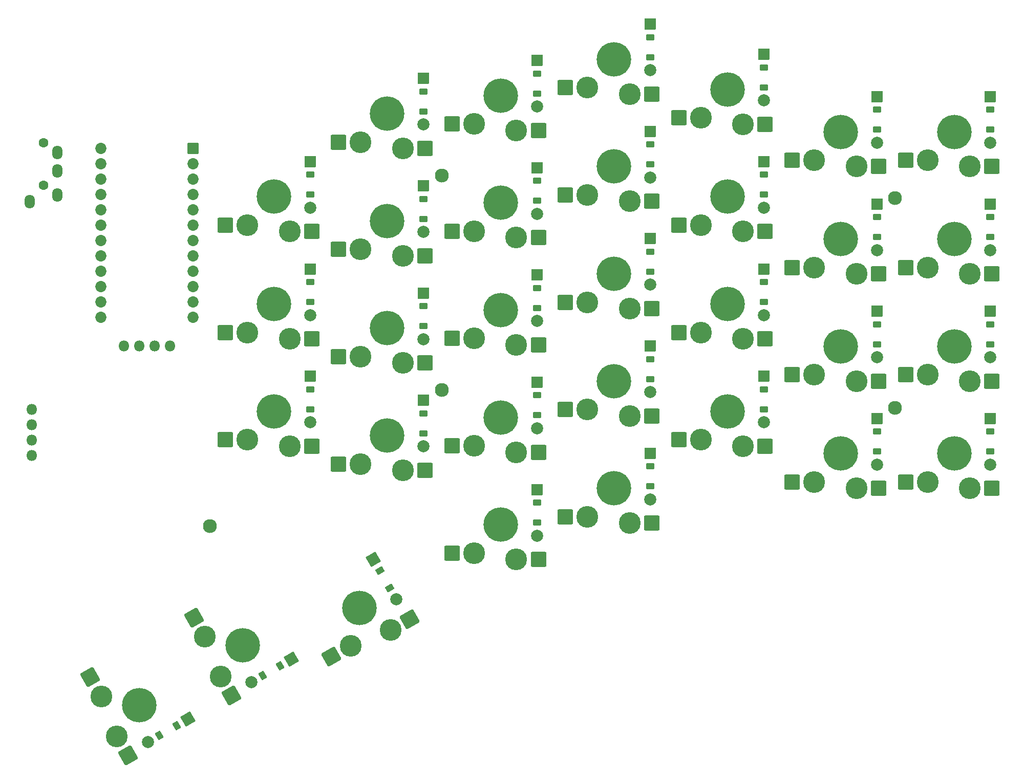
<source format=gbr>
%TF.GenerationSoftware,KiCad,Pcbnew,9.0.7*%
%TF.CreationDate,2026-01-28T22:47:07+01:00*%
%TF.ProjectId,board_right_finished,626f6172-645f-4726-9967-68745f66696e,v1.0.0*%
%TF.SameCoordinates,Original*%
%TF.FileFunction,Soldermask,Bot*%
%TF.FilePolarity,Negative*%
%FSLAX46Y46*%
G04 Gerber Fmt 4.6, Leading zero omitted, Abs format (unit mm)*
G04 Created by KiCad (PCBNEW 9.0.7) date 2026-01-28 22:47:07*
%MOMM*%
%LPD*%
G01*
G04 APERTURE LIST*
G04 Aperture macros list*
%AMRoundRect*
0 Rectangle with rounded corners*
0 $1 Rounding radius*
0 $2 $3 $4 $5 $6 $7 $8 $9 X,Y pos of 4 corners*
0 Add a 4 corners polygon primitive as box body*
4,1,4,$2,$3,$4,$5,$6,$7,$8,$9,$2,$3,0*
0 Add four circle primitives for the rounded corners*
1,1,$1+$1,$2,$3*
1,1,$1+$1,$4,$5*
1,1,$1+$1,$6,$7*
1,1,$1+$1,$8,$9*
0 Add four rect primitives between the rounded corners*
20,1,$1+$1,$2,$3,$4,$5,0*
20,1,$1+$1,$4,$5,$6,$7,0*
20,1,$1+$1,$6,$7,$8,$9,0*
20,1,$1+$1,$8,$9,$2,$3,0*%
G04 Aperture macros list end*
%ADD10RoundRect,0.050000X-0.889000X0.889000X-0.889000X-0.889000X0.889000X-0.889000X0.889000X0.889000X0*%
%ADD11RoundRect,0.050000X-0.600000X0.450000X-0.600000X-0.450000X0.600000X-0.450000X0.600000X0.450000X0*%
%ADD12C,2.005000*%
%ADD13O,1.800000X1.800000*%
%ADD14C,2.300000*%
%ADD15RoundRect,0.050000X-1.214397X0.325397X-0.325397X-1.214397X1.214397X-0.325397X0.325397X1.214397X0*%
%ADD16RoundRect,0.050000X-0.744615X0.089711X-0.294615X-0.689711X0.744615X-0.089711X0.294615X0.689711X0*%
%ADD17RoundRect,0.050000X-0.876300X0.876300X-0.876300X-0.876300X0.876300X-0.876300X0.876300X0.876300X0*%
%ADD18C,1.852600*%
%ADD19C,1.600000*%
%ADD20O,1.700000X2.300000*%
%ADD21RoundRect,0.050000X0.325397X1.214397X-1.214397X0.325397X-0.325397X-1.214397X1.214397X-0.325397X0*%
%ADD22RoundRect,0.050000X0.089711X0.744615X-0.689711X0.294615X-0.089711X-0.744615X0.689711X-0.294615X0*%
%ADD23RoundRect,0.250000X-1.050000X-1.000000X1.050000X-1.000000X1.050000X1.000000X-1.050000X1.000000X0*%
%ADD24C,5.700000*%
%ADD25C,3.600000*%
%ADD26RoundRect,0.250000X-1.391025X0.409327X-0.341025X-1.409327X1.391025X-0.409327X0.341025X1.409327X0*%
%ADD27RoundRect,0.250000X-0.409327X-1.391025X1.409327X-0.341025X0.409327X1.391025X-1.409327X0.341025X0*%
G04 APERTURE END LIST*
D10*
%TO.C,D12*%
X236021500Y-71590000D03*
D11*
X236021500Y-73750000D03*
X236021500Y-77050000D03*
D12*
X236021500Y-79210000D03*
%TD*%
D10*
%TO.C,D21*%
X198521500Y-90340000D03*
D11*
X198521500Y-92500000D03*
X198521500Y-95800000D03*
D12*
X198521500Y-97960000D03*
%TD*%
D10*
%TO.C,D20*%
X198521500Y-108090000D03*
D11*
X198521500Y-110250000D03*
X198521500Y-113550000D03*
D12*
X198521500Y-115710000D03*
%TD*%
D10*
%TO.C,D29*%
X161021500Y-89340000D03*
D11*
X161021500Y-91500000D03*
X161021500Y-94800000D03*
D12*
X161021500Y-96960000D03*
%TD*%
D10*
%TO.C,D18*%
X198521500Y-143590000D03*
D11*
X198521500Y-145750000D03*
X198521500Y-149050000D03*
D12*
X198521500Y-151210000D03*
%TD*%
D10*
%TO.C,D10*%
X236021500Y-107090000D03*
D11*
X236021500Y-109250000D03*
X236021500Y-112550000D03*
D12*
X236021500Y-114710000D03*
%TD*%
D13*
%TO.C,DISP1*%
X130256500Y-119850000D03*
X132796500Y-119850000D03*
X135336500Y-119850000D03*
X137876500Y-119850000D03*
%TD*%
D14*
%TO.C,MH2*%
X257771500Y-130100000D03*
%TD*%
%TO.C,MH3*%
X182771500Y-127100000D03*
%TD*%
D10*
%TO.C,D9*%
X236021500Y-124840000D03*
D11*
X236021500Y-127000000D03*
X236021500Y-130300000D03*
D12*
X236021500Y-132460000D03*
%TD*%
D10*
%TO.C,D7*%
X254771500Y-96340000D03*
D11*
X254771500Y-98500000D03*
X254771500Y-101800000D03*
D12*
X254771500Y-103960000D03*
%TD*%
D10*
%TO.C,D4*%
X273521500Y-78590000D03*
D11*
X273521500Y-80750000D03*
X273521500Y-84050000D03*
D12*
X273521500Y-86210000D03*
%TD*%
D10*
%TO.C,D27*%
X161021500Y-124840000D03*
D11*
X161021500Y-127000000D03*
X161021500Y-130300000D03*
D12*
X161021500Y-132460000D03*
%TD*%
D10*
%TO.C,D14*%
X217271500Y-119840000D03*
D11*
X217271500Y-122000000D03*
X217271500Y-125300000D03*
D12*
X217271500Y-127460000D03*
%TD*%
D10*
%TO.C,D25*%
X179771500Y-93340000D03*
D11*
X179771500Y-95500000D03*
X179771500Y-98800000D03*
D12*
X179771500Y-100960000D03*
%TD*%
D15*
%TO.C,D30*%
X171464600Y-155118343D03*
D16*
X172544600Y-156988958D03*
X174194600Y-159846842D03*
D12*
X175274600Y-161717457D03*
%TD*%
D17*
%TO.C,MCU1*%
X141686500Y-87180000D03*
D18*
X141686500Y-89720000D03*
X141686500Y-92260000D03*
X141686500Y-94800000D03*
X141686500Y-97340000D03*
X141686500Y-99880000D03*
X141686500Y-102420000D03*
X141686500Y-104960000D03*
X141686500Y-107500000D03*
X141686500Y-110040000D03*
X141686500Y-112580000D03*
X141686500Y-115120000D03*
X126446500Y-87180000D03*
X126446500Y-89720000D03*
X126446500Y-92260000D03*
X126446500Y-94800000D03*
X126446500Y-97340000D03*
X126446500Y-99880000D03*
X126446500Y-102420000D03*
X126446500Y-104960000D03*
X126446500Y-107500000D03*
X126446500Y-110040000D03*
X126446500Y-112580000D03*
X126446500Y-115120000D03*
%TD*%
D10*
%TO.C,D24*%
X179771500Y-111090000D03*
D11*
X179771500Y-113250000D03*
X179771500Y-116550000D03*
D12*
X179771500Y-118710000D03*
%TD*%
D19*
%TO.C,TRRS1*%
X116921500Y-86250000D03*
X116921500Y-93250000D03*
D20*
X119221500Y-87850000D03*
X119221500Y-90850000D03*
X119221500Y-94850000D03*
X114621500Y-95950000D03*
%TD*%
D10*
%TO.C,D11*%
X236021500Y-89340000D03*
D11*
X236021500Y-91500000D03*
X236021500Y-94800000D03*
D12*
X236021500Y-96960000D03*
%TD*%
D10*
%TO.C,D13*%
X217271500Y-137590000D03*
D11*
X217271500Y-139750000D03*
X217271500Y-143050000D03*
D12*
X217271500Y-145210000D03*
%TD*%
D10*
%TO.C,D6*%
X254771500Y-114090000D03*
D11*
X254771500Y-116250000D03*
X254771500Y-119550000D03*
D12*
X254771500Y-121710000D03*
%TD*%
D21*
%TO.C,D32*%
X140785457Y-181560500D03*
D22*
X138914842Y-182640500D03*
X136056958Y-184290500D03*
D12*
X134186343Y-185370500D03*
%TD*%
D10*
%TO.C,D22*%
X198521500Y-72590000D03*
D11*
X198521500Y-74750000D03*
X198521500Y-78050000D03*
D12*
X198521500Y-80210000D03*
%TD*%
D10*
%TO.C,D5*%
X254771500Y-131840000D03*
D11*
X254771500Y-134000000D03*
X254771500Y-137300000D03*
D12*
X254771500Y-139460000D03*
%TD*%
D10*
%TO.C,D3*%
X273521500Y-96340000D03*
D11*
X273521500Y-98500000D03*
X273521500Y-101800000D03*
D12*
X273521500Y-103960000D03*
%TD*%
D10*
%TO.C,D15*%
X217271500Y-102090000D03*
D11*
X217271500Y-104250000D03*
X217271500Y-107550000D03*
D12*
X217271500Y-109710000D03*
%TD*%
D10*
%TO.C,D23*%
X179771500Y-128840000D03*
D11*
X179771500Y-131000000D03*
X179771500Y-134300000D03*
D12*
X179771500Y-136460000D03*
%TD*%
D14*
%TO.C,MH1*%
X257771500Y-95350000D03*
%TD*%
D10*
%TO.C,D19*%
X198521500Y-125840000D03*
D11*
X198521500Y-128000000D03*
X198521500Y-131300000D03*
D12*
X198521500Y-133460000D03*
%TD*%
D14*
%TO.C,MH5*%
X144417900Y-149672100D03*
%TD*%
D10*
%TO.C,D26*%
X179771500Y-75590000D03*
D11*
X179771500Y-77750000D03*
X179771500Y-81050000D03*
D12*
X179771500Y-83210000D03*
%TD*%
D21*
%TO.C,D31*%
X157932757Y-171660500D03*
D22*
X156062142Y-172740500D03*
X153204258Y-174390500D03*
D12*
X151333643Y-175470500D03*
%TD*%
D10*
%TO.C,D28*%
X161021500Y-107090000D03*
D11*
X161021500Y-109250000D03*
X161021500Y-112550000D03*
D12*
X161021500Y-114710000D03*
%TD*%
D14*
%TO.C,MH4*%
X182771500Y-91600000D03*
%TD*%
D10*
%TO.C,D8*%
X254771500Y-78590000D03*
D11*
X254771500Y-80750000D03*
X254771500Y-84050000D03*
D12*
X254771500Y-86210000D03*
%TD*%
D10*
%TO.C,D16*%
X217271500Y-84340000D03*
D11*
X217271500Y-86500000D03*
X217271500Y-89800000D03*
D12*
X217271500Y-91960000D03*
%TD*%
D10*
%TO.C,D17*%
X217271500Y-66590000D03*
D11*
X217271500Y-68750000D03*
X217271500Y-72050000D03*
D12*
X217271500Y-74210000D03*
%TD*%
D13*
%TO.C,I2COut*%
X114946500Y-130300000D03*
X114946500Y-132840000D03*
X114946500Y-135380000D03*
X114946500Y-137920000D03*
%TD*%
D10*
%TO.C,D1*%
X273521500Y-131840000D03*
D11*
X273521500Y-134000000D03*
X273521500Y-137300000D03*
D12*
X273521500Y-139460000D03*
%TD*%
D10*
%TO.C,D2*%
X273521500Y-114090000D03*
D11*
X273521500Y-116250000D03*
X273521500Y-119550000D03*
D12*
X273521500Y-121710000D03*
%TD*%
D23*
%TO.C,S22*%
X184471500Y-83100000D03*
D24*
X192521500Y-78400000D03*
D23*
X198771500Y-84150000D03*
D25*
X188121500Y-83100000D03*
X195121500Y-84150000D03*
%TD*%
D23*
%TO.C,S17*%
X203221500Y-77100000D03*
D24*
X211271500Y-72400000D03*
D23*
X217521500Y-78150000D03*
D25*
X206871500Y-77100000D03*
X213871500Y-78150000D03*
%TD*%
D23*
%TO.C,S9*%
X221971500Y-135350000D03*
D24*
X230021500Y-130650000D03*
D23*
X236271500Y-136400000D03*
D25*
X225621500Y-135350000D03*
X232621500Y-136400000D03*
%TD*%
D23*
%TO.C,S12*%
X221971500Y-82100000D03*
D24*
X230021500Y-77400000D03*
D23*
X236271500Y-83150000D03*
D25*
X225621500Y-82100000D03*
X232621500Y-83150000D03*
%TD*%
D23*
%TO.C,S6*%
X240721500Y-124600000D03*
D24*
X248771500Y-119900000D03*
D23*
X255021500Y-125650000D03*
D25*
X244371500Y-124600000D03*
X251371500Y-125650000D03*
%TD*%
D26*
%TO.C,S32*%
X124658481Y-174647895D03*
D24*
X132753800Y-179269400D03*
D26*
X130899154Y-187557059D03*
D25*
X126483481Y-177808888D03*
X129074154Y-184396066D03*
%TD*%
D23*
%TO.C,S1*%
X259471500Y-142350000D03*
D24*
X267521500Y-137650000D03*
D23*
X273771500Y-143400000D03*
D25*
X263121500Y-142350000D03*
X270121500Y-143400000D03*
%TD*%
D23*
%TO.C,S14*%
X203221500Y-130350000D03*
D24*
X211271500Y-125650000D03*
D23*
X217521500Y-131400000D03*
D25*
X206871500Y-130350000D03*
X213871500Y-131400000D03*
%TD*%
D23*
%TO.C,S13*%
X203221500Y-148100000D03*
D24*
X211271500Y-143400000D03*
D23*
X217521500Y-149150000D03*
D25*
X206871500Y-148100000D03*
X213871500Y-149150000D03*
%TD*%
D23*
%TO.C,S5*%
X240721500Y-142350000D03*
D24*
X248771500Y-137650000D03*
D23*
X255021500Y-143400000D03*
D25*
X244371500Y-142350000D03*
X251371500Y-143400000D03*
%TD*%
D23*
%TO.C,S20*%
X184471500Y-118600000D03*
D24*
X192521500Y-113900000D03*
D23*
X198771500Y-119650000D03*
D25*
X188121500Y-118600000D03*
X195121500Y-119650000D03*
%TD*%
D27*
%TO.C,S30*%
X164551895Y-171245319D03*
D24*
X169173400Y-163150000D03*
D27*
X177461059Y-165004646D03*
D25*
X167712888Y-169420319D03*
X174300066Y-166829646D03*
%TD*%
D23*
%TO.C,S15*%
X203221500Y-112600000D03*
D24*
X211271500Y-107900000D03*
D23*
X217521500Y-113650000D03*
D25*
X206871500Y-112600000D03*
X213871500Y-113650000D03*
%TD*%
D23*
%TO.C,S3*%
X259471500Y-106850000D03*
D24*
X267521500Y-102150000D03*
D23*
X273771500Y-107900000D03*
D25*
X263121500Y-106850000D03*
X270121500Y-107900000D03*
%TD*%
D23*
%TO.C,S8*%
X240721500Y-89100000D03*
D24*
X248771500Y-84400000D03*
D23*
X255021500Y-90150000D03*
D25*
X244371500Y-89100000D03*
X251371500Y-90150000D03*
%TD*%
D23*
%TO.C,S26*%
X165721500Y-86100000D03*
D24*
X173771500Y-81400000D03*
D23*
X180021500Y-87150000D03*
D25*
X169371500Y-86100000D03*
X176371500Y-87150000D03*
%TD*%
D23*
%TO.C,S28*%
X146971500Y-117600000D03*
D24*
X155021500Y-112900000D03*
D23*
X161271500Y-118650000D03*
D25*
X150621500Y-117600000D03*
X157621500Y-118650000D03*
%TD*%
D23*
%TO.C,S29*%
X146971500Y-99850000D03*
D24*
X155021500Y-95150000D03*
D23*
X161271500Y-100900000D03*
D25*
X150621500Y-99850000D03*
X157621500Y-100900000D03*
%TD*%
D23*
%TO.C,S18*%
X184471500Y-154100000D03*
D24*
X192521500Y-149400000D03*
D23*
X198771500Y-155150000D03*
D25*
X188121500Y-154100000D03*
X195121500Y-155150000D03*
%TD*%
D23*
%TO.C,S10*%
X221971500Y-117600000D03*
D24*
X230021500Y-112900000D03*
D23*
X236271500Y-118650000D03*
D25*
X225621500Y-117600000D03*
X232621500Y-118650000D03*
%TD*%
D23*
%TO.C,S2*%
X259471500Y-124600000D03*
D24*
X267521500Y-119900000D03*
D23*
X273771500Y-125650000D03*
D25*
X263121500Y-124600000D03*
X270121500Y-125650000D03*
%TD*%
D23*
%TO.C,S16*%
X203221500Y-94850000D03*
D24*
X211271500Y-90150000D03*
D23*
X217521500Y-95900000D03*
D25*
X206871500Y-94850000D03*
X213871500Y-95900000D03*
%TD*%
D23*
%TO.C,S11*%
X221971500Y-99850000D03*
D24*
X230021500Y-95150000D03*
D23*
X236271500Y-100900000D03*
D25*
X225621500Y-99850000D03*
X232621500Y-100900000D03*
%TD*%
D23*
%TO.C,S4*%
X259471500Y-89100000D03*
D24*
X267521500Y-84400000D03*
D23*
X273771500Y-90150000D03*
D25*
X263121500Y-89100000D03*
X270121500Y-90150000D03*
%TD*%
D23*
%TO.C,S7*%
X240721500Y-106850000D03*
D24*
X248771500Y-102150000D03*
D23*
X255021500Y-107900000D03*
D25*
X244371500Y-106850000D03*
X251371500Y-107900000D03*
%TD*%
D26*
%TO.C,S31*%
X141805781Y-164747895D03*
D24*
X149901100Y-169369400D03*
D26*
X148046454Y-177657059D03*
D25*
X143630781Y-167908888D03*
X146221454Y-174496066D03*
%TD*%
D23*
%TO.C,S24*%
X165721500Y-121600000D03*
D24*
X173771500Y-116900000D03*
D23*
X180021500Y-122650000D03*
D25*
X169371500Y-121600000D03*
X176371500Y-122650000D03*
%TD*%
D23*
%TO.C,S25*%
X165721500Y-103850000D03*
D24*
X173771500Y-99150000D03*
D23*
X180021500Y-104900000D03*
D25*
X169371500Y-103850000D03*
X176371500Y-104900000D03*
%TD*%
D23*
%TO.C,S19*%
X184471500Y-136350000D03*
D24*
X192521500Y-131650000D03*
D23*
X198771500Y-137400000D03*
D25*
X188121500Y-136350000D03*
X195121500Y-137400000D03*
%TD*%
D23*
%TO.C,S27*%
X146971500Y-135350000D03*
D24*
X155021500Y-130650000D03*
D23*
X161271500Y-136400000D03*
D25*
X150621500Y-135350000D03*
X157621500Y-136400000D03*
%TD*%
D23*
%TO.C,S21*%
X184471500Y-100850000D03*
D24*
X192521500Y-96150000D03*
D23*
X198771500Y-101900000D03*
D25*
X188121500Y-100850000D03*
X195121500Y-101900000D03*
%TD*%
D23*
%TO.C,S23*%
X165721500Y-139350000D03*
D24*
X173771500Y-134650000D03*
D23*
X180021500Y-140400000D03*
D25*
X169371500Y-139350000D03*
X176371500Y-140400000D03*
%TD*%
M02*

</source>
